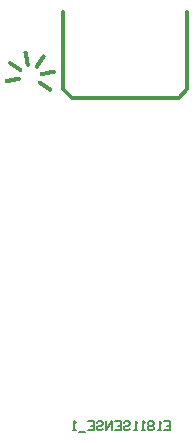
<source format=gbo>
G04*
G04 #@! TF.GenerationSoftware,Altium Limited,Altium Designer,21.7.2 (23)*
G04*
G04 Layer_Color=32896*
%FSLAX25Y25*%
%MOIN*%
G70*
G04*
G04 #@! TF.SameCoordinates,D0A3D993-BCFD-4162-BC10-8A45587FADB4*
G04*
G04*
G04 #@! TF.FilePolarity,Positive*
G04*
G01*
G75*
%ADD12C,0.01181*%
%ADD53C,0.00500*%
G36*
X11127Y135789D02*
X11253D01*
Y135747D01*
X11296D01*
Y135704D01*
X11380D01*
Y135662D01*
X11423D01*
Y135620D01*
X11465D01*
Y135535D01*
X11507D01*
Y135493D01*
X11549D01*
Y135408D01*
X11592D01*
Y135239D01*
X11634D01*
Y135070D01*
X11592D01*
Y134901D01*
X11549D01*
Y134817D01*
X11507D01*
Y134732D01*
X11465D01*
Y134690D01*
X11423D01*
Y134648D01*
X11380D01*
Y134606D01*
X11338D01*
Y134563D01*
X11253D01*
Y134521D01*
X11169D01*
Y134479D01*
X11000D01*
Y134437D01*
X10746D01*
Y134394D01*
X10577D01*
Y134352D01*
X10366D01*
Y134310D01*
X10155D01*
Y134268D01*
X9901D01*
Y134225D01*
X9732D01*
Y134183D01*
X9690D01*
Y134225D01*
X9648D01*
Y134183D01*
X9521D01*
Y134141D01*
X9310D01*
Y134099D01*
X9056D01*
Y134056D01*
X8845D01*
Y134014D01*
X8676D01*
Y133972D01*
X8465D01*
Y133930D01*
X8253D01*
Y133887D01*
X8042D01*
Y133845D01*
X7831D01*
Y133803D01*
X7620D01*
Y133761D01*
X7408D01*
Y133718D01*
X7197D01*
Y133676D01*
X6690D01*
Y133718D01*
X6606D01*
Y133761D01*
X6521D01*
Y133803D01*
X6479D01*
Y133845D01*
X6437D01*
Y133887D01*
X6394D01*
Y133930D01*
X6352D01*
Y133972D01*
X6310D01*
Y134056D01*
X6268D01*
Y134183D01*
X6225D01*
Y134479D01*
X6268D01*
Y134606D01*
X6310D01*
Y134690D01*
X6352D01*
Y134775D01*
X6394D01*
Y134817D01*
X6437D01*
Y134859D01*
X6479D01*
Y134901D01*
X6563D01*
Y134944D01*
X6606D01*
Y134986D01*
X6732D01*
Y135028D01*
X6944D01*
Y135070D01*
X7155D01*
Y135113D01*
X7366D01*
Y135155D01*
X7577D01*
Y135197D01*
X7789D01*
Y135239D01*
X8000D01*
Y135282D01*
X8211D01*
Y135324D01*
X8422D01*
Y135366D01*
X8591D01*
Y135408D01*
X8845D01*
Y135451D01*
X9056D01*
Y135493D01*
X9225D01*
Y135535D01*
X9437D01*
Y135577D01*
X9648D01*
Y135620D01*
X9901D01*
Y135662D01*
X10070D01*
Y135704D01*
X10282D01*
Y135747D01*
X10493D01*
Y135789D01*
X10704D01*
Y135831D01*
X11127D01*
Y135789D01*
D02*
G37*
G36*
X8253Y140986D02*
X8380D01*
Y140944D01*
X8465D01*
Y140901D01*
X8507D01*
Y140859D01*
X8591D01*
Y140817D01*
X8676D01*
Y140775D01*
X8718D01*
Y140732D01*
X8803D01*
Y140690D01*
X8845D01*
Y140648D01*
X8930D01*
Y140606D01*
X8972D01*
Y140563D01*
X9056D01*
Y140521D01*
X9099D01*
Y140479D01*
X9141D01*
Y140437D01*
X9225D01*
Y140394D01*
X9310D01*
Y140352D01*
X9352D01*
Y140310D01*
X9437D01*
Y140268D01*
X9479D01*
Y140225D01*
X9521D01*
Y140183D01*
X9606D01*
Y140141D01*
X9690D01*
Y140099D01*
X9732D01*
Y140056D01*
X9817D01*
Y140014D01*
X9859D01*
Y139972D01*
X9944D01*
Y139930D01*
X9986D01*
Y139887D01*
X10070D01*
Y139845D01*
X10113D01*
Y139803D01*
X10197D01*
Y139761D01*
X10239D01*
Y139718D01*
X10324D01*
Y139676D01*
X10366D01*
Y139634D01*
X10451D01*
Y139592D01*
X10493D01*
Y139549D01*
X10577D01*
Y139507D01*
X10620D01*
Y139465D01*
X10704D01*
Y139423D01*
X10746D01*
Y139380D01*
X10789D01*
Y139338D01*
X10873D01*
Y139296D01*
X10958D01*
Y139253D01*
X11000D01*
Y139211D01*
X11084D01*
Y139169D01*
X11127D01*
Y139127D01*
X11211D01*
Y139084D01*
X11253D01*
Y139042D01*
X11338D01*
Y139000D01*
X11380D01*
Y138958D01*
X11465D01*
Y138916D01*
X11507D01*
Y138873D01*
X11592D01*
Y138831D01*
X11634D01*
Y138789D01*
X11718D01*
Y138747D01*
X11761D01*
Y138704D01*
X11845D01*
Y138662D01*
X11887D01*
Y138620D01*
X11972D01*
Y138577D01*
X12014D01*
Y138535D01*
X12056D01*
Y138451D01*
X12099D01*
Y138366D01*
X12141D01*
Y138282D01*
X12183D01*
Y137901D01*
X12141D01*
Y137775D01*
X12099D01*
Y137690D01*
X12056D01*
Y137648D01*
X12014D01*
Y137606D01*
X11972D01*
Y137563D01*
X11930D01*
Y137521D01*
X11887D01*
Y137479D01*
X11803D01*
Y137437D01*
X11676D01*
Y137394D01*
X11338D01*
Y137437D01*
X11211D01*
Y137479D01*
X11127D01*
Y137521D01*
X11084D01*
Y137563D01*
X11042D01*
Y137606D01*
X10958D01*
Y137648D01*
X10873D01*
Y137690D01*
X10831D01*
Y137732D01*
X10746D01*
Y137775D01*
X10704D01*
Y137817D01*
X10620D01*
Y137859D01*
X10577D01*
Y137901D01*
X10493D01*
Y137944D01*
X10451D01*
Y137986D01*
X10366D01*
Y138028D01*
X10324D01*
Y138070D01*
X10282D01*
Y138113D01*
X10197D01*
Y138155D01*
X10113D01*
Y138197D01*
X10070D01*
Y138239D01*
X9986D01*
Y138282D01*
X9944D01*
Y138324D01*
X9901D01*
Y138366D01*
X9817D01*
Y138408D01*
X9732D01*
Y138451D01*
X9690D01*
Y138493D01*
X9606D01*
Y138535D01*
X9563D01*
Y138577D01*
X9479D01*
Y138620D01*
X9437D01*
Y138662D01*
X9352D01*
Y138704D01*
X9310D01*
Y138747D01*
X9225D01*
Y138789D01*
X9183D01*
Y138831D01*
X9099D01*
Y138873D01*
X9056D01*
Y138916D01*
X8972D01*
Y138958D01*
X8930D01*
Y139000D01*
X8845D01*
Y139042D01*
X8803D01*
Y139084D01*
X8718D01*
Y139127D01*
X8676D01*
Y139169D01*
X8591D01*
Y139211D01*
X8549D01*
Y139253D01*
X8465D01*
Y139296D01*
X8380D01*
Y139338D01*
X8338D01*
Y139380D01*
X8296D01*
Y139423D01*
X8211D01*
Y139465D01*
X8169D01*
Y139507D01*
X8084D01*
Y139549D01*
X8042D01*
Y139592D01*
X7958D01*
Y139634D01*
X7915D01*
Y139676D01*
X7831D01*
Y139718D01*
X7789D01*
Y139761D01*
X7704D01*
Y139803D01*
X7662D01*
Y139845D01*
X7620D01*
Y139887D01*
X7577D01*
Y139930D01*
X7535D01*
Y139972D01*
X7493D01*
Y140056D01*
X7451D01*
Y140183D01*
X7408D01*
Y140521D01*
X7451D01*
Y140648D01*
X7493D01*
Y140690D01*
X7535D01*
Y140775D01*
X7577D01*
Y140817D01*
X7620D01*
Y140859D01*
X7662D01*
Y140901D01*
X7746D01*
Y140944D01*
X7789D01*
Y140986D01*
X7915D01*
Y141028D01*
X8253D01*
Y140986D01*
D02*
G37*
G36*
X12563Y144028D02*
Y144113D01*
X12606D01*
Y144197D01*
X12648D01*
Y144239D01*
X12690D01*
Y144282D01*
X12732D01*
Y144324D01*
X12817D01*
Y144366D01*
X12901D01*
Y144408D01*
X12986D01*
Y144451D01*
X13324D01*
Y144408D01*
X13493D01*
Y144366D01*
X13535D01*
Y144324D01*
X13620D01*
Y144282D01*
X13662D01*
Y144239D01*
X13704D01*
Y144197D01*
X13747D01*
Y144113D01*
X13789D01*
Y144028D01*
X13831D01*
Y143901D01*
X13873D01*
Y143732D01*
X13916D01*
Y143521D01*
X13958D01*
Y143268D01*
X14000D01*
Y143099D01*
X14042D01*
Y142887D01*
X14085D01*
Y142676D01*
X14127D01*
Y142422D01*
X14169D01*
Y142253D01*
X14211D01*
Y142042D01*
X14254D01*
Y141831D01*
X14296D01*
Y141620D01*
X14338D01*
Y141408D01*
X14380D01*
Y141197D01*
X14423D01*
Y140986D01*
X14465D01*
Y140775D01*
X14507D01*
Y140563D01*
X14549D01*
Y140352D01*
X14592D01*
Y140183D01*
X14634D01*
Y139972D01*
X14676D01*
Y139549D01*
X14634D01*
Y139465D01*
X14592D01*
Y139380D01*
X14549D01*
Y139296D01*
X14507D01*
Y139253D01*
X14465D01*
Y139211D01*
X14380D01*
Y139169D01*
X14338D01*
Y139127D01*
X14254D01*
Y139084D01*
X14085D01*
Y139042D01*
X13873D01*
Y139084D01*
X13704D01*
Y139127D01*
X13620D01*
Y139169D01*
X13577D01*
Y139211D01*
X13535D01*
Y139253D01*
X13493D01*
Y139296D01*
X13451D01*
Y139338D01*
X13408D01*
Y139380D01*
X13366D01*
Y139465D01*
X13324D01*
Y139634D01*
X13282D01*
Y139803D01*
X13239D01*
Y140014D01*
X13197D01*
Y140225D01*
X13155D01*
Y140479D01*
X13113D01*
Y140648D01*
X13070D01*
Y140859D01*
X13028D01*
Y141070D01*
X12986D01*
Y141324D01*
X12944D01*
Y141493D01*
X12901D01*
Y141704D01*
X12859D01*
Y141916D01*
X12817D01*
Y142127D01*
X12775D01*
Y142338D01*
X12732D01*
Y142549D01*
X12690D01*
Y142761D01*
X12648D01*
Y142972D01*
X12606D01*
Y143141D01*
X12563D01*
Y143352D01*
X12521D01*
Y143606D01*
X12479D01*
Y143901D01*
X12521D01*
Y144028D01*
X12563D01*
D02*
G37*
G36*
X20761Y131099D02*
X20718D01*
Y131141D01*
X20676D01*
Y131183D01*
X20592D01*
Y131225D01*
X20549D01*
Y131268D01*
X20465D01*
Y131310D01*
X20423D01*
Y131352D01*
X20338D01*
Y131394D01*
X20296D01*
Y131437D01*
X20211D01*
Y131479D01*
X20169D01*
Y131521D01*
X20085D01*
Y131563D01*
X20042D01*
Y131606D01*
X19958D01*
Y131648D01*
X19916D01*
Y131690D01*
X19831D01*
Y131732D01*
X19789D01*
Y131775D01*
X19747D01*
Y131817D01*
X19662D01*
Y131859D01*
X19578D01*
Y131901D01*
X19535D01*
Y131944D01*
X19451D01*
Y131986D01*
X19408D01*
Y132028D01*
X19324D01*
Y132070D01*
X19282D01*
Y132113D01*
X19197D01*
Y132155D01*
X19155D01*
Y132197D01*
X19070D01*
Y132239D01*
X19028D01*
Y132282D01*
X18944D01*
Y132324D01*
X18901D01*
Y132366D01*
X18817D01*
Y132408D01*
X18775D01*
Y132451D01*
X18690D01*
Y132493D01*
X18648D01*
Y132535D01*
X18563D01*
Y132578D01*
X18521D01*
Y132620D01*
X18437D01*
Y132662D01*
X18394D01*
Y132704D01*
X18310D01*
Y132747D01*
X18268D01*
Y132789D01*
X18183D01*
Y132831D01*
X18141D01*
Y132873D01*
X18056D01*
Y132915D01*
X18014D01*
Y132958D01*
X17930D01*
Y133000D01*
X17887D01*
Y133042D01*
X17803D01*
Y133084D01*
X17718D01*
Y133127D01*
X17676D01*
Y133169D01*
X17634D01*
Y133211D01*
X17549D01*
Y133254D01*
X17507D01*
Y133296D01*
X17465D01*
Y133380D01*
X17423D01*
Y133423D01*
X17380D01*
Y133507D01*
X17338D01*
Y133718D01*
X17296D01*
Y133803D01*
X17338D01*
Y134014D01*
X17380D01*
Y134099D01*
X17423D01*
Y134183D01*
X17465D01*
Y134225D01*
X17507D01*
Y134268D01*
X17549D01*
Y134310D01*
X17592D01*
Y134352D01*
X17676D01*
Y134394D01*
X17761D01*
Y134437D01*
X18268D01*
Y134394D01*
X18352D01*
Y134352D01*
X18394D01*
Y134310D01*
X18479D01*
Y134268D01*
X18521D01*
Y134225D01*
X18606D01*
Y134183D01*
X18690D01*
Y134141D01*
X18732D01*
Y134099D01*
X18775D01*
Y134056D01*
X18859D01*
Y134014D01*
X18944D01*
Y133972D01*
X18986D01*
Y133930D01*
X19028D01*
Y133887D01*
X19113D01*
Y133845D01*
X19197D01*
Y133803D01*
X19239D01*
Y133761D01*
X19324D01*
Y133718D01*
X19366D01*
Y133676D01*
X19408D01*
Y133634D01*
X19493D01*
Y133592D01*
X19535D01*
Y133549D01*
X19620D01*
Y133507D01*
X19704D01*
Y133465D01*
X19747D01*
Y133423D01*
X19789D01*
Y133380D01*
X19873D01*
Y133338D01*
X19916D01*
Y133296D01*
X20000D01*
Y133254D01*
X20085D01*
Y133211D01*
X20127D01*
Y133169D01*
X20211D01*
Y133127D01*
X20254D01*
Y133084D01*
X20296D01*
Y133042D01*
X20380D01*
Y133000D01*
X20465D01*
Y132958D01*
X20507D01*
Y132915D01*
X20549D01*
Y132873D01*
X20634D01*
Y132831D01*
X20718D01*
Y132789D01*
X20761D01*
Y132747D01*
X20803D01*
Y132704D01*
X20887D01*
Y132662D01*
X20972D01*
Y132620D01*
X21014D01*
Y132578D01*
X21099D01*
Y132535D01*
X21141D01*
Y132493D01*
X21225D01*
Y132451D01*
X21268D01*
Y132408D01*
X21352D01*
Y132366D01*
X21394D01*
Y132324D01*
X21479D01*
Y132282D01*
X21521D01*
Y132239D01*
X21606D01*
Y132197D01*
X21648D01*
Y132155D01*
X21732D01*
Y132113D01*
X21775D01*
Y132070D01*
X21859D01*
Y132028D01*
X21901D01*
Y131986D01*
X21944D01*
Y131944D01*
X21986D01*
Y131859D01*
X22028D01*
Y131817D01*
X22070D01*
Y131690D01*
X22113D01*
Y131310D01*
X22070D01*
Y131225D01*
X22028D01*
Y131141D01*
X21986D01*
Y131056D01*
X21944D01*
Y131014D01*
X21901D01*
Y130972D01*
X21859D01*
Y130930D01*
X21775D01*
Y130887D01*
X21690D01*
Y130845D01*
X21563D01*
Y130803D01*
X21268D01*
Y130845D01*
X21141D01*
Y130887D01*
X21056D01*
Y130930D01*
X20972D01*
Y130972D01*
X20930D01*
Y131014D01*
X20845D01*
Y131056D01*
X20803D01*
Y131099D01*
X20761D01*
D02*
G37*
G36*
X22704Y138155D02*
X22873D01*
Y138113D01*
X22958D01*
Y138070D01*
X23000D01*
Y138028D01*
X23042D01*
Y137986D01*
X23085D01*
Y137944D01*
X23127D01*
Y137901D01*
X23169D01*
Y137859D01*
X23211D01*
Y137775D01*
X23254D01*
Y137606D01*
X23296D01*
Y137437D01*
X23254D01*
Y137225D01*
X23211D01*
Y137141D01*
X23169D01*
Y137099D01*
X23127D01*
Y137056D01*
X23085D01*
Y137014D01*
X23042D01*
Y136972D01*
X23000D01*
Y136930D01*
X22916D01*
Y136887D01*
X22873D01*
Y136845D01*
X22704D01*
Y136803D01*
X22662D01*
Y136845D01*
X22620D01*
Y136803D01*
X22451D01*
Y136761D01*
X22239D01*
Y136718D01*
X22070D01*
Y136676D01*
X21859D01*
Y136634D01*
X21648D01*
Y136592D01*
X21437D01*
Y136549D01*
X21225D01*
Y136507D01*
X21014D01*
Y136465D01*
X20803D01*
Y136423D01*
X20592D01*
Y136380D01*
X20380D01*
Y136338D01*
X20169D01*
Y136296D01*
X19958D01*
Y136253D01*
X19747D01*
Y136211D01*
X19535D01*
Y136169D01*
X19324D01*
Y136127D01*
X19155D01*
Y136084D01*
X18901D01*
Y136042D01*
X18690D01*
Y136000D01*
X18521D01*
Y136042D01*
X18310D01*
Y136084D01*
X18225D01*
Y136127D01*
X18183D01*
Y136169D01*
X18141D01*
Y136211D01*
X18099D01*
Y136253D01*
X18056D01*
Y136296D01*
X18014D01*
Y136338D01*
X17972D01*
Y136423D01*
X17930D01*
Y136592D01*
X17887D01*
Y136634D01*
X17930D01*
Y136676D01*
X17887D01*
Y136718D01*
X17930D01*
Y136761D01*
X17887D01*
Y136803D01*
X17930D01*
Y136972D01*
X17972D01*
Y137014D01*
X18014D01*
Y137099D01*
X18056D01*
Y137141D01*
X18099D01*
Y137183D01*
X18141D01*
Y137225D01*
X18183D01*
Y137268D01*
X18225D01*
Y137310D01*
X18352D01*
Y137352D01*
X18479D01*
Y137394D01*
X18690D01*
Y137437D01*
X18901D01*
Y137479D01*
X19113D01*
Y137521D01*
X19324D01*
Y137563D01*
X19535D01*
Y137606D01*
X19747D01*
Y137648D01*
X19958D01*
Y137690D01*
X20169D01*
Y137732D01*
X20380D01*
Y137775D01*
X20592D01*
Y137817D01*
X20718D01*
Y137775D01*
X20761D01*
Y137817D01*
X20803D01*
Y137859D01*
X21014D01*
Y137901D01*
X21183D01*
Y137944D01*
X21437D01*
Y137986D01*
X21648D01*
Y138028D01*
X21859D01*
Y138070D01*
X22028D01*
Y138113D01*
X22282D01*
Y138155D01*
X22451D01*
Y138197D01*
X22704D01*
Y138155D01*
D02*
G37*
G36*
X19366Y143225D02*
X19493D01*
Y143183D01*
X19535D01*
Y143141D01*
X19620D01*
Y143099D01*
X19662D01*
Y143056D01*
X19704D01*
Y143014D01*
X19747D01*
Y142930D01*
X19789D01*
Y142887D01*
X19831D01*
Y142761D01*
X19873D01*
Y142422D01*
X19831D01*
Y142296D01*
X19789D01*
Y142211D01*
X19747D01*
Y142169D01*
X19704D01*
Y142085D01*
X19662D01*
Y142042D01*
X19620D01*
Y141958D01*
X19578D01*
Y141916D01*
X19535D01*
Y141831D01*
X19493D01*
Y141789D01*
X19451D01*
Y141704D01*
X19408D01*
Y141662D01*
X19366D01*
Y141577D01*
X19324D01*
Y141493D01*
X19282D01*
Y141451D01*
X19239D01*
Y141366D01*
X19197D01*
Y141324D01*
X19155D01*
Y141239D01*
X19113D01*
Y141197D01*
X19070D01*
Y141155D01*
X19028D01*
Y141070D01*
X18986D01*
Y140986D01*
X18944D01*
Y140944D01*
X18901D01*
Y140859D01*
X18859D01*
Y140817D01*
X18817D01*
Y140732D01*
X18775D01*
Y140690D01*
X18732D01*
Y140606D01*
X18690D01*
Y140563D01*
X18648D01*
Y140521D01*
X18606D01*
Y140437D01*
X18563D01*
Y140352D01*
X18521D01*
Y140310D01*
X18479D01*
Y140268D01*
X18437D01*
Y140183D01*
X18394D01*
Y140141D01*
X18352D01*
Y140056D01*
X18310D01*
Y139972D01*
X18268D01*
Y139930D01*
X18225D01*
Y139887D01*
X18183D01*
Y139803D01*
X18141D01*
Y139718D01*
X18099D01*
Y139676D01*
X18056D01*
Y139592D01*
X18014D01*
Y139549D01*
X17972D01*
Y139465D01*
X17930D01*
Y139423D01*
X17887D01*
Y139338D01*
X17845D01*
Y139296D01*
X17803D01*
Y139211D01*
X17761D01*
Y139169D01*
X17718D01*
Y139084D01*
X17676D01*
Y139042D01*
X17634D01*
Y138958D01*
X17592D01*
Y138916D01*
X17549D01*
Y138831D01*
X17507D01*
Y138789D01*
X17465D01*
Y138747D01*
X17423D01*
Y138704D01*
Y138662D01*
X17338D01*
Y138620D01*
X17296D01*
Y138577D01*
X17211D01*
Y138535D01*
X17127D01*
Y138493D01*
X16704D01*
Y138535D01*
X16620D01*
Y138577D01*
X16535D01*
Y138620D01*
X16493D01*
Y138662D01*
X16451D01*
Y138704D01*
X16408D01*
Y138747D01*
X16366D01*
Y138789D01*
X16324D01*
Y138873D01*
X16282D01*
Y138958D01*
X16239D01*
Y139380D01*
X16282D01*
Y139465D01*
X16324D01*
Y139549D01*
X16366D01*
Y139634D01*
X16408D01*
Y139676D01*
X16451D01*
Y139761D01*
X16493D01*
Y139803D01*
X16535D01*
Y139887D01*
X16578D01*
Y139930D01*
X16620D01*
Y140014D01*
X16662D01*
Y140056D01*
X16704D01*
Y140141D01*
X16747D01*
Y140183D01*
X16789D01*
Y140268D01*
X16831D01*
Y140310D01*
X16873D01*
Y140394D01*
X16916D01*
Y140437D01*
X16958D01*
Y140521D01*
X17000D01*
Y140563D01*
X17042D01*
Y140648D01*
X17085D01*
Y140690D01*
X17127D01*
Y140775D01*
X17169D01*
Y140817D01*
X17211D01*
Y140901D01*
X17254D01*
Y140944D01*
X17296D01*
Y141028D01*
X17338D01*
Y141070D01*
X17380D01*
Y141155D01*
X17423D01*
Y141197D01*
X17465D01*
Y141282D01*
X17507D01*
Y141324D01*
X17549D01*
Y141408D01*
X17592D01*
Y141451D01*
X17634D01*
Y141535D01*
X17676D01*
Y141577D01*
X17718D01*
Y141662D01*
X17761D01*
Y141704D01*
X17803D01*
Y141789D01*
X17845D01*
Y141831D01*
X17887D01*
Y141916D01*
X17930D01*
Y141958D01*
X17972D01*
Y142042D01*
X18014D01*
Y142085D01*
X18056D01*
Y142169D01*
X18099D01*
Y142211D01*
X18141D01*
Y142296D01*
X18183D01*
Y142338D01*
X18225D01*
Y142422D01*
X18268D01*
Y142465D01*
X18310D01*
Y142549D01*
X18352D01*
Y142592D01*
X18394D01*
Y142676D01*
X18437D01*
Y142718D01*
X18479D01*
Y142803D01*
X18521D01*
Y142845D01*
X18563D01*
Y142930D01*
X18606D01*
Y142972D01*
X18648D01*
Y143056D01*
X18690D01*
Y143099D01*
X18775D01*
Y143141D01*
X18817D01*
Y143183D01*
X18901D01*
Y143225D01*
X19028D01*
Y143268D01*
X19366D01*
Y143225D01*
D02*
G37*
%LPC*%
G36*
X9690Y135239D02*
X9648D01*
Y135197D01*
X9690D01*
Y135239D01*
D02*
G37*
G36*
X10366Y134732D02*
X10324D01*
Y134690D01*
X10366D01*
Y134732D01*
D02*
G37*
G36*
X9944Y134648D02*
X9901D01*
Y134606D01*
X9944D01*
Y134648D01*
D02*
G37*
G36*
X7408Y134521D02*
X7366D01*
Y134479D01*
X7408D01*
Y134521D01*
D02*
G37*
G36*
X8127Y134352D02*
X8084D01*
Y134310D01*
X8127D01*
Y134352D01*
D02*
G37*
G36*
X7282D02*
X7239D01*
Y134310D01*
X7282D01*
Y134352D01*
D02*
G37*
G36*
X10324Y135451D02*
X10282D01*
Y135408D01*
X10324D01*
Y135451D01*
D02*
G37*
G36*
X11000Y138239D02*
X10958D01*
Y138197D01*
X11000D01*
Y138239D01*
D02*
G37*
G36*
X8253Y140268D02*
X8211D01*
Y140225D01*
X8253D01*
Y140268D01*
D02*
G37*
G36*
X21775Y137563D02*
X21732D01*
Y137521D01*
X21775D01*
Y137479D01*
X21817D01*
Y137521D01*
X21775Y137563D01*
D02*
G37*
G36*
X20972Y137437D02*
X20930D01*
Y137394D01*
X20972D01*
Y137437D01*
D02*
G37*
G36*
X22789Y137352D02*
X22747D01*
Y137310D01*
X22789D01*
Y137352D01*
D02*
G37*
G36*
X20972D02*
X20930D01*
Y137310D01*
X20972D01*
Y137352D01*
D02*
G37*
G36*
X20592Y136930D02*
X20549D01*
Y136887D01*
X20592D01*
Y136930D01*
D02*
G37*
G36*
X18606Y142085D02*
X18563D01*
Y142042D01*
X18606D01*
Y142085D01*
D02*
G37*
G36*
X18986Y141873D02*
X18944D01*
Y141831D01*
X18986D01*
Y141873D01*
D02*
G37*
G36*
X18521Y141789D02*
X18479D01*
Y141746D01*
X18521D01*
Y141789D01*
D02*
G37*
G36*
X18225Y141408D02*
X18183D01*
Y141366D01*
X18225D01*
Y141408D01*
D02*
G37*
G36*
X17211Y140014D02*
X17169D01*
Y139972D01*
X17211D01*
Y140014D01*
D02*
G37*
G36*
X19155Y142296D02*
X19113D01*
Y142253D01*
X19155D01*
Y142296D01*
D02*
G37*
%LPD*%
D12*
X28784Y128752D02*
X64217D01*
X25831Y131705D02*
X28784Y128752D01*
X64217D02*
X67169Y131705D01*
Y157295D01*
X25831Y131705D02*
Y157295D01*
D53*
X59501Y20999D02*
X61500D01*
Y18000D01*
X59501D01*
X61500Y19499D02*
X60500D01*
X58501Y18000D02*
X57501D01*
X58001D01*
Y20999D01*
X58501Y20499D01*
X56002D02*
X55502Y20999D01*
X54502D01*
X54002Y20499D01*
Y19999D01*
X54502Y19499D01*
X54002Y19000D01*
Y18500D01*
X54502Y18000D01*
X55502D01*
X56002Y18500D01*
Y19000D01*
X55502Y19499D01*
X56002Y19999D01*
Y20499D01*
X55502Y19499D02*
X54502D01*
X53003Y18000D02*
X52003D01*
X52503D01*
Y20999D01*
X53003Y20499D01*
X50504Y18000D02*
X49504D01*
X50004D01*
Y20999D01*
X50504Y20499D01*
X46005D02*
X46505Y20999D01*
X47504D01*
X48004Y20499D01*
Y19999D01*
X47504Y19499D01*
X46505D01*
X46005Y19000D01*
Y18500D01*
X46505Y18000D01*
X47504D01*
X48004Y18500D01*
X43006Y20999D02*
X45005D01*
Y18000D01*
X43006D01*
X45005Y19499D02*
X44006D01*
X42006Y18000D02*
Y20999D01*
X40007Y18000D01*
Y20999D01*
X37008Y20499D02*
X37508Y20999D01*
X38507D01*
X39007Y20499D01*
Y19999D01*
X38507Y19499D01*
X37508D01*
X37008Y19000D01*
Y18500D01*
X37508Y18000D01*
X38507D01*
X39007Y18500D01*
X34009Y20999D02*
X36008D01*
Y18000D01*
X34009D01*
X36008Y19499D02*
X35009D01*
X33009Y17500D02*
X31010D01*
X30010Y18000D02*
X29010D01*
X29510D01*
Y20999D01*
X30010Y20499D01*
M02*

</source>
